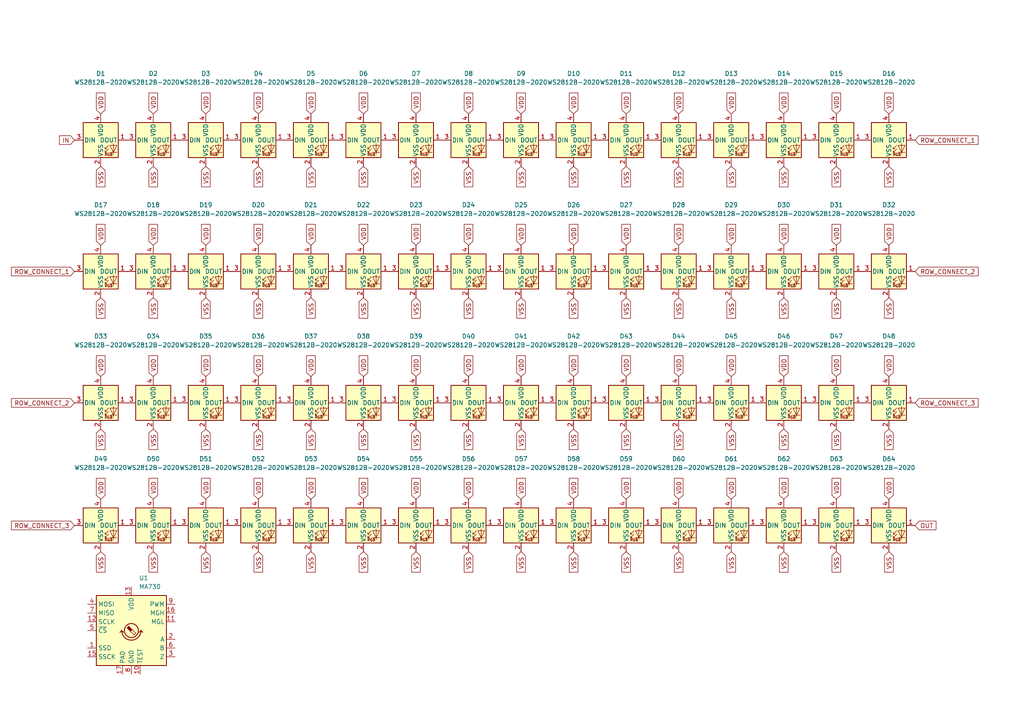
<source format=kicad_sch>
(kicad_sch (version 20231120) (generator "eeschema") (generator_version "8.0")
  (paper "A4")
  (lib_symbols
    (symbol "LED:WS2812B-2020" (pin_names (offset 0.254))
      (property "Reference" "D" (at 5.08 5.715 0))
      (property "Value" "WS2812B-2020" (at 1.27 -5.715 0))
      (symbol "WS2812B-2020_0_0"
        (text "RGB" (at 2.286 -4.191 0) (effects (font (size 0.762 0.762))))
      )
      (symbol "WS2812B-2020_0_1"
        (polyline (pts (xy 1.27 -3.556) (xy 1.778 -3.556)))
        (polyline (pts (xy 1.27 -2.54) (xy 1.778 -2.54)))
        (polyline (pts (xy 4.699 -3.556) (xy 2.667 -3.556)))
        (polyline (pts (xy 2.286 -2.54) (xy 1.27 -3.556) (xy 1.27 -3.048)))
        (polyline (pts (xy 2.286 -1.524) (xy 1.27 -2.54) (xy 1.27 -2.032)))
        (polyline (pts (xy 3.683 -1.016) (xy 3.683 -3.556) (xy 3.683 -4.064)))
        (polyline (pts (xy 4.699 -1.524) (xy 2.667 -1.524) (xy 3.683 -3.556) (xy 4.699 -1.524)))
        (rectangle (start 5.08 5.08) (end -5.08 -5.08) (stroke (width 0.254)) (fill (type background)))
      )
      (symbol "WS2812B-2020_1_1"
        (pin output line (at 7.62 0 180) (length 2.54) (name "DOUT") (number "1"))
        (pin power_in line (at 0 -7.62 90) (length 2.54) (name "VSS") (number "2"))
        (pin input line (at -7.62 0 0) (length 2.54) (name "DIN") (number "3"))
        (pin power_in line (at 0 7.62 270) (length 2.54) (name "VDD") (number "4"))
      )
    )
    (symbol "Sensor_Magnetic:MA730"
      (property "Reference" "U" (at -10.16 11.43 0))
      (property "Value" "MA730" (at 10.16 11.43 0))
      (symbol "MA730_0_1"
        (rectangle (start -10.16 10.16) (end 10.16 -10.16) (stroke (width 0.254)) (fill (type background)))
        (arc (start -2.794 0) (mid 0 -2.7819) (end 2.794 0) (stroke (width 0.254)))
        (polyline (pts (xy -2.794 0) (xy -3.302 -0.508)) (stroke (width 0.254)))
        (polyline (pts (xy -2.794 0) (xy -2.286 -0.508)) (stroke (width 0.254)))
        (polyline (pts (xy 2.794 0) (xy 2.286 -0.508)) (stroke (width 0.254)))
        (polyline (pts (xy 2.794 0) (xy 3.302 -0.508)) (stroke (width 0.254)))
      )
      (symbol "MA730_1_1"
        (polyline (pts (xy 0.254 0.254) (xy 1.27 -0.762) (xy 0.762 -1.27) (xy -0.254 -0.254)))
        (polyline (pts (xy -0.762 1.27) (xy 0.254 0.254) (xy -0.254 -0.254) (xy -1.27 0.762) (xy -1.016 1.016) (xy -0.762 1.27) (xy -0.635 1.143)) (fill (type outline)))
        (circle (center 0 0) (radius 2.032) (stroke (width 0.254)))
        (pin output line (at -12.7 -5.08 0) (length 2.54) (name "SSD") (number "1"))
        (pin passive line (at 2.54 -12.7 90) (length 2.54) (name "TEST") (number "10"))
        (pin output line (at 12.7 2.54 180) (length 2.54) (name "MGL") (number "11"))
        (pin input line (at -12.7 2.54 0) (length 2.54) (name "SCLK") (number "12"))
        (pin power_in line (at 0 12.7 270) (length 2.54) (name "VDD") (number "13"))
        (pin no_connect line (at 5.08 -10.16 90) (length 2.54) hide (name "NC") (number "14"))
        (pin input line (at -12.7 -7.62 0) (length 2.54) (name "SSCK") (number "15"))
        (pin output line (at 12.7 5.08 180) (length 2.54) (name "MGH") (number "16"))
        (pin input line (at -2.54 -12.7 90) (length 2.54) (name "PAD") (number "17"))
        (pin output line (at 12.7 -2.54 180) (length 2.54) (name "A") (number "2"))
        (pin output line (at 12.7 -7.62 180) (length 2.54) (name "Z") (number "3"))
        (pin input line (at -12.7 7.62 0) (length 2.54) (name "MOSI") (number "4"))
        (pin input line (at -12.7 0 0) (length 2.54) (name "~{CS}") (number "5"))
        (pin output line (at 12.7 -5.08 180) (length 2.54) (name "B") (number "6"))
        (pin output line (at -12.7 5.08 0) (length 2.54) (name "MISO") (number "7"))
        (pin power_in line (at 0 -12.7 90) (length 2.54) (name "GND") (number "8"))
        (pin output line (at 12.7 7.62 180) (length 2.54) (name "PWM") (number "9"))
      )
    )
  )
  (global_label "VSS" (shape input) (at 120.65 160.02 270) (property "Intersheetrefs" "${INTERSHEET_REFS}" (effects (hide yes))))
  (global_label "VDD" (shape input) (at 90.17 33.02 90) (property "Intersheetrefs" "${INTERSHEET_REFS}" (effects (hide yes))))
  (global_label "VDD" (shape input) (at 135.89 144.78 90) (property "Intersheetrefs" "${INTERSHEET_REFS}" (effects (hide yes))))
  (global_label "VSS" (shape input) (at 166.37 160.02 270) (property "Intersheetrefs" "${INTERSHEET_REFS}" (effects (hide yes))))
  (global_label "VSS" (shape input) (at 90.17 124.46 270) (property "Intersheetrefs" "${INTERSHEET_REFS}" (effects (hide yes))))
  (global_label "VSS" (shape input) (at 257.81 124.46 270) (property "Intersheetrefs" "${INTERSHEET_REFS}" (effects (hide yes))))
  (global_label "VDD" (shape input) (at 196.85 33.02 90) (property "Intersheetrefs" "${INTERSHEET_REFS}" (effects (hide yes))))
  (global_label "VDD" (shape input) (at 90.17 109.22 90) (property "Intersheetrefs" "${INTERSHEET_REFS}" (effects (hide yes))))
  (global_label "VDD" (shape input) (at 196.85 144.78 90) (property "Intersheetrefs" "${INTERSHEET_REFS}" (effects (hide yes))))
  (global_label "VSS" (shape input) (at 212.09 86.36 270) (property "Intersheetrefs" "${INTERSHEET_REFS}" (effects (hide yes))))
  (global_label "VDD" (shape input) (at 212.09 144.78 90) (property "Intersheetrefs" "${INTERSHEET_REFS}" (effects (hide yes))))
  (global_label "VSS" (shape input) (at 29.21 48.26 270) (property "Intersheetrefs" "${INTERSHEET_REFS}" (effects (hide yes))))
  (global_label "VSS" (shape input) (at 212.09 124.46 270) (property "Intersheetrefs" "${INTERSHEET_REFS}" (effects (hide yes))))
  (global_label "VDD" (shape input) (at 29.21 33.02 90) (property "Intersheetrefs" "${INTERSHEET_REFS}" (effects (hide yes))))
  (global_label "ROW_CONNECT_3" (shape input) (at 265.43 116.84 0) (property "Intersheetrefs" "${INTERSHEET_REFS}" (effects (hide yes))))
  (global_label "VDD" (shape input) (at 166.37 144.78 90) (property "Intersheetrefs" "${INTERSHEET_REFS}" (effects (hide yes))))
  (global_label "VDD" (shape input) (at 90.17 71.12 90) (property "Intersheetrefs" "${INTERSHEET_REFS}" (effects (hide yes))))
  (global_label "VSS" (shape input) (at 74.93 124.46 270) (property "Intersheetrefs" "${INTERSHEET_REFS}" (effects (hide yes))))
  (global_label "ROW_CONNECT_1" (shape input) (at 21.59 78.74 180) (property "Intersheetrefs" "${INTERSHEET_REFS}" (effects (hide yes))))
  (global_label "VSS" (shape input) (at 44.45 48.26 270) (property "Intersheetrefs" "${INTERSHEET_REFS}" (effects (hide yes))))
  (global_label "VDD" (shape input) (at 44.45 71.12 90) (property "Intersheetrefs" "${INTERSHEET_REFS}" (effects (hide yes))))
  (global_label "VSS" (shape input) (at 135.89 124.46 270) (property "Intersheetrefs" "${INTERSHEET_REFS}" (effects (hide yes))))
  (global_label "OUT" (shape input) (at 265.43 152.4 0) (property "Intersheetrefs" "${INTERSHEET_REFS}" (effects (hide yes))))
  (global_label "VSS" (shape input) (at 212.09 48.26 270) (property "Intersheetrefs" "${INTERSHEET_REFS}" (effects (hide yes))))
  (global_label "VSS" (shape input) (at 257.81 48.26 270) (property "Intersheetrefs" "${INTERSHEET_REFS}" (effects (hide yes))))
  (global_label "ROW_CONNECT_2" (shape input) (at 21.59 116.84 180) (property "Intersheetrefs" "${INTERSHEET_REFS}" (effects (hide yes))))
  (global_label "VSS" (shape input) (at 135.89 48.26 270) (property "Intersheetrefs" "${INTERSHEET_REFS}" (effects (hide yes))))
  (global_label "VDD" (shape input) (at 227.33 144.78 90) (property "Intersheetrefs" "${INTERSHEET_REFS}" (effects (hide yes))))
  (global_label "ROW_CONNECT_1" (shape input) (at 265.43 40.64 0) (property "Intersheetrefs" "${INTERSHEET_REFS}" (effects (hide yes))))
  (global_label "VSS" (shape input) (at 120.65 86.36 270) (property "Intersheetrefs" "${INTERSHEET_REFS}" (effects (hide yes))))
  (global_label "VSS" (shape input) (at 181.61 160.02 270) (property "Intersheetrefs" "${INTERSHEET_REFS}" (effects (hide yes))))
  (global_label "VSS" (shape input) (at 181.61 86.36 270) (property "Intersheetrefs" "${INTERSHEET_REFS}" (effects (hide yes))))
  (global_label "VDD" (shape input) (at 212.09 33.02 90) (property "Intersheetrefs" "${INTERSHEET_REFS}" (effects (hide yes))))
  (global_label "VSS" (shape input) (at 59.69 160.02 270) (property "Intersheetrefs" "${INTERSHEET_REFS}" (effects (hide yes))))
  (global_label "ROW_CONNECT_3" (shape input) (at 21.59 152.4 180) (property "Intersheetrefs" "${INTERSHEET_REFS}" (effects (hide yes))))
  (global_label "VDD" (shape input) (at 90.17 144.78 90) (property "Intersheetrefs" "${INTERSHEET_REFS}" (effects (hide yes))))
  (global_label "VDD" (shape input) (at 181.61 33.02 90) (property "Intersheetrefs" "${INTERSHEET_REFS}" (effects (hide yes))))
  (global_label "VSS" (shape input) (at 196.85 124.46 270) (property "Intersheetrefs" "${INTERSHEET_REFS}" (effects (hide yes))))
  (global_label "VSS" (shape input) (at 29.21 160.02 270) (property "Intersheetrefs" "${INTERSHEET_REFS}" (effects (hide yes))))
  (global_label "VDD" (shape input) (at 212.09 71.12 90) (property "Intersheetrefs" "${INTERSHEET_REFS}" (effects (hide yes))))
  (global_label "VSS" (shape input) (at 196.85 160.02 270) (property "Intersheetrefs" "${INTERSHEET_REFS}" (effects (hide yes))))
  (global_label "VSS" (shape input) (at 90.17 160.02 270) (property "Intersheetrefs" "${INTERSHEET_REFS}" (effects (hide yes))))
  (global_label "VDD" (shape input) (at 196.85 71.12 90) (property "Intersheetrefs" "${INTERSHEET_REFS}" (effects (hide yes))))
  (global_label "VDD" (shape input) (at 166.37 109.22 90) (property "Intersheetrefs" "${INTERSHEET_REFS}" (effects (hide yes))))
  (global_label "VSS" (shape input) (at 166.37 86.36 270) (property "Intersheetrefs" "${INTERSHEET_REFS}" (effects (hide yes))))
  (global_label "VSS" (shape input) (at 257.81 160.02 270) (property "Intersheetrefs" "${INTERSHEET_REFS}" (effects (hide yes))))
  (global_label "VDD" (shape input) (at 181.61 144.78 90) (property "Intersheetrefs" "${INTERSHEET_REFS}" (effects (hide yes))))
  (global_label "VSS" (shape input) (at 227.33 160.02 270) (property "Intersheetrefs" "${INTERSHEET_REFS}" (effects (hide yes))))
  (global_label "VSS" (shape input) (at 90.17 48.26 270) (property "Intersheetrefs" "${INTERSHEET_REFS}" (effects (hide yes))))
  (global_label "VDD" (shape input) (at 105.41 109.22 90) (property "Intersheetrefs" "${INTERSHEET_REFS}" (effects (hide yes))))
  (global_label "VSS" (shape input) (at 242.57 86.36 270) (property "Intersheetrefs" "${INTERSHEET_REFS}" (effects (hide yes))))
  (global_label "VSS" (shape input) (at 59.69 48.26 270) (property "Intersheetrefs" "${INTERSHEET_REFS}" (effects (hide yes))))
  (global_label "VDD" (shape input) (at 151.13 144.78 90) (property "Intersheetrefs" "${INTERSHEET_REFS}" (effects (hide yes))))
  (global_label "VDD" (shape input) (at 242.57 109.22 90) (property "Intersheetrefs" "${INTERSHEET_REFS}" (effects (hide yes))))
  (global_label "VDD" (shape input) (at 74.93 109.22 90) (property "Intersheetrefs" "${INTERSHEET_REFS}" (effects (hide yes))))
  (global_label "VSS" (shape input) (at 151.13 160.02 270) (property "Intersheetrefs" "${INTERSHEET_REFS}" (effects (hide yes))))
  (global_label "VSS" (shape input) (at 181.61 124.46 270) (property "Intersheetrefs" "${INTERSHEET_REFS}" (effects (hide yes))))
  (global_label "VSS" (shape input) (at 29.21 86.36 270) (property "Intersheetrefs" "${INTERSHEET_REFS}" (effects (hide yes))))
  (global_label "VSS" (shape input) (at 151.13 124.46 270) (property "Intersheetrefs" "${INTERSHEET_REFS}" (effects (hide yes))))
  (global_label "VDD" (shape input) (at 212.09 109.22 90) (property "Intersheetrefs" "${INTERSHEET_REFS}" (effects (hide yes))))
  (global_label "VSS" (shape input) (at 120.65 124.46 270) (property "Intersheetrefs" "${INTERSHEET_REFS}" (effects (hide yes))))
  (global_label "VSS" (shape input) (at 196.85 86.36 270) (property "Intersheetrefs" "${INTERSHEET_REFS}" (effects (hide yes))))
  (global_label "VDD" (shape input) (at 120.65 109.22 90) (property "Intersheetrefs" "${INTERSHEET_REFS}" (effects (hide yes))))
  (global_label "VSS" (shape input) (at 181.61 48.26 270) (property "Intersheetrefs" "${INTERSHEET_REFS}" (effects (hide yes))))
  (global_label "VDD" (shape input) (at 105.41 144.78 90) (property "Intersheetrefs" "${INTERSHEET_REFS}" (effects (hide yes))))
  (global_label "VSS" (shape input) (at 166.37 124.46 270) (property "Intersheetrefs" "${INTERSHEET_REFS}" (effects (hide yes))))
  (global_label "IN" (shape input) (at 21.59 40.64 180) (property "Intersheetrefs" "${INTERSHEET_REFS}" (effects (hide yes))))
  (global_label "VDD" (shape input) (at 227.33 109.22 90) (property "Intersheetrefs" "${INTERSHEET_REFS}" (effects (hide yes))))
  (global_label "VDD" (shape input) (at 29.21 144.78 90) (property "Intersheetrefs" "${INTERSHEET_REFS}" (effects (hide yes))))
  (global_label "VSS" (shape input) (at 74.93 48.26 270) (property "Intersheetrefs" "${INTERSHEET_REFS}" (effects (hide yes))))
  (global_label "VDD" (shape input) (at 135.89 71.12 90) (property "Intersheetrefs" "${INTERSHEET_REFS}" (effects (hide yes))))
  (global_label "VDD" (shape input) (at 74.93 71.12 90) (property "Intersheetrefs" "${INTERSHEET_REFS}" (effects (hide yes))))
  (global_label "VDD" (shape input) (at 166.37 71.12 90) (property "Intersheetrefs" "${INTERSHEET_REFS}" (effects (hide yes))))
  (global_label "VSS" (shape input) (at 212.09 160.02 270) (property "Intersheetrefs" "${INTERSHEET_REFS}" (effects (hide yes))))
  (global_label "VSS" (shape input) (at 242.57 48.26 270) (property "Intersheetrefs" "${INTERSHEET_REFS}" (effects (hide yes))))
  (global_label "VDD" (shape input) (at 166.37 33.02 90) (property "Intersheetrefs" "${INTERSHEET_REFS}" (effects (hide yes))))
  (global_label "VSS" (shape input) (at 105.41 124.46 270) (property "Intersheetrefs" "${INTERSHEET_REFS}" (effects (hide yes))))
  (global_label "VDD" (shape input) (at 120.65 71.12 90) (property "Intersheetrefs" "${INTERSHEET_REFS}" (effects (hide yes))))
  (global_label "VDD" (shape input) (at 59.69 33.02 90) (property "Intersheetrefs" "${INTERSHEET_REFS}" (effects (hide yes))))
  (global_label "VDD" (shape input) (at 44.45 33.02 90) (property "Intersheetrefs" "${INTERSHEET_REFS}" (effects (hide yes))))
  (global_label "VDD" (shape input) (at 257.81 33.02 90) (property "Intersheetrefs" "${INTERSHEET_REFS}" (effects (hide yes))))
  (global_label "VDD" (shape input) (at 120.65 33.02 90) (property "Intersheetrefs" "${INTERSHEET_REFS}" (effects (hide yes))))
  (global_label "VDD" (shape input) (at 29.21 71.12 90) (property "Intersheetrefs" "${INTERSHEET_REFS}" (effects (hide yes))))
  (global_label "VDD" (shape input) (at 74.93 33.02 90) (property "Intersheetrefs" "${INTERSHEET_REFS}" (effects (hide yes))))
  (global_label "VDD" (shape input) (at 151.13 71.12 90) (property "Intersheetrefs" "${INTERSHEET_REFS}" (effects (hide yes))))
  (global_label "VDD" (shape input) (at 242.57 33.02 90) (property "Intersheetrefs" "${INTERSHEET_REFS}" (effects (hide yes))))
  (global_label "VDD" (shape input) (at 257.81 144.78 90) (property "Intersheetrefs" "${INTERSHEET_REFS}" (effects (hide yes))))
  (global_label "VDD" (shape input) (at 151.13 109.22 90) (property "Intersheetrefs" "${INTERSHEET_REFS}" (effects (hide yes))))
  (global_label "VDD" (shape input) (at 257.81 71.12 90) (property "Intersheetrefs" "${INTERSHEET_REFS}" (effects (hide yes))))
  (global_label "VDD" (shape input) (at 105.41 71.12 90) (property "Intersheetrefs" "${INTERSHEET_REFS}" (effects (hide yes))))
  (global_label "VSS" (shape input) (at 151.13 86.36 270) (property "Intersheetrefs" "${INTERSHEET_REFS}" (effects (hide yes))))
  (global_label "VSS" (shape input) (at 257.81 86.36 270) (property "Intersheetrefs" "${INTERSHEET_REFS}" (effects (hide yes))))
  (global_label "ROW_CONNECT_2" (shape input) (at 265.43 78.74 0) (property "Intersheetrefs" "${INTERSHEET_REFS}" (effects (hide yes))))
  (global_label "VSS" (shape input) (at 196.85 48.26 270) (property "Intersheetrefs" "${INTERSHEET_REFS}" (effects (hide yes))))
  (global_label "VSS" (shape input) (at 105.41 48.26 270) (property "Intersheetrefs" "${INTERSHEET_REFS}" (effects (hide yes))))
  (global_label "VSS" (shape input) (at 44.45 160.02 270) (property "Intersheetrefs" "${INTERSHEET_REFS}" (effects (hide yes))))
  (global_label "VDD" (shape input) (at 135.89 109.22 90) (property "Intersheetrefs" "${INTERSHEET_REFS}" (effects (hide yes))))
  (global_label "VSS" (shape input) (at 227.33 86.36 270) (property "Intersheetrefs" "${INTERSHEET_REFS}" (effects (hide yes))))
  (global_label "VDD" (shape input) (at 44.45 109.22 90) (property "Intersheetrefs" "${INTERSHEET_REFS}" (effects (hide yes))))
  (global_label "VDD" (shape input) (at 29.21 109.22 90) (property "Intersheetrefs" "${INTERSHEET_REFS}" (effects (hide yes))))
  (global_label "VDD" (shape input) (at 242.57 144.78 90) (property "Intersheetrefs" "${INTERSHEET_REFS}" (effects (hide yes))))
  (global_label "VSS" (shape input) (at 74.93 86.36 270) (property "Intersheetrefs" "${INTERSHEET_REFS}" (effects (hide yes))))
  (global_label "VSS" (shape input) (at 74.93 160.02 270) (property "Intersheetrefs" "${INTERSHEET_REFS}" (effects (hide yes))))
  (global_label "VDD" (shape input) (at 181.61 71.12 90) (property "Intersheetrefs" "${INTERSHEET_REFS}" (effects (hide yes))))
  (global_label "VSS" (shape input) (at 105.41 160.02 270) (property "Intersheetrefs" "${INTERSHEET_REFS}" (effects (hide yes))))
  (global_label "VSS" (shape input) (at 135.89 160.02 270) (property "Intersheetrefs" "${INTERSHEET_REFS}" (effects (hide yes))))
  (global_label "VSS" (shape input) (at 227.33 124.46 270) (property "Intersheetrefs" "${INTERSHEET_REFS}" (effects (hide yes))))
  (global_label "VDD" (shape input) (at 135.89 33.02 90) (property "Intersheetrefs" "${INTERSHEET_REFS}" (effects (hide yes))))
  (global_label "VSS" (shape input) (at 242.57 160.02 270) (property "Intersheetrefs" "${INTERSHEET_REFS}" (effects (hide yes))))
  (global_label "VSS" (shape input) (at 242.57 124.46 270) (property "Intersheetrefs" "${INTERSHEET_REFS}" (effects (hide yes))))
  (global_label "VSS" (shape input) (at 151.13 48.26 270) (property "Intersheetrefs" "${INTERSHEET_REFS}" (effects (hide yes))))
  (global_label "VDD" (shape input) (at 181.61 109.22 90) (property "Intersheetrefs" "${INTERSHEET_REFS}" (effects (hide yes))))
  (global_label "VSS" (shape input) (at 59.69 86.36 270) (property "Intersheetrefs" "${INTERSHEET_REFS}" (effects (hide yes))))
  (global_label "VDD" (shape input) (at 120.65 144.78 90) (property "Intersheetrefs" "${INTERSHEET_REFS}" (effects (hide yes))))
  (global_label "VSS" (shape input) (at 166.37 48.26 270) (property "Intersheetrefs" "${INTERSHEET_REFS}" (effects (hide yes))))
  (global_label "VDD" (shape input) (at 151.13 33.02 90) (property "Intersheetrefs" "${INTERSHEET_REFS}" (effects (hide yes))))
  (global_label "VSS" (shape input) (at 120.65 48.26 270) (property "Intersheetrefs" "${INTERSHEET_REFS}" (effects (hide yes))))
  (global_label "VDD" (shape input) (at 59.69 109.22 90) (property "Intersheetrefs" "${INTERSHEET_REFS}" (effects (hide yes))))
  (global_label "VSS" (shape input) (at 44.45 124.46 270) (property "Intersheetrefs" "${INTERSHEET_REFS}" (effects (hide yes))))
  (global_label "VDD" (shape input) (at 227.33 33.02 90) (property "Intersheetrefs" "${INTERSHEET_REFS}" (effects (hide yes))))
  (global_label "VDD" (shape input) (at 59.69 144.78 90) (property "Intersheetrefs" "${INTERSHEET_REFS}" (effects (hide yes))))
  (global_label "VDD" (shape input) (at 105.41 33.02 90) (property "Intersheetrefs" "${INTERSHEET_REFS}" (effects (hide yes))))
  (global_label "VSS" (shape input) (at 59.69 124.46 270) (property "Intersheetrefs" "${INTERSHEET_REFS}" (effects (hide yes))))
  (global_label "VSS" (shape input) (at 29.21 124.46 270) (property "Intersheetrefs" "${INTERSHEET_REFS}" (effects (hide yes))))
  (global_label "VSS" (shape input) (at 44.45 86.36 270) (property "Intersheetrefs" "${INTERSHEET_REFS}" (effects (hide yes))))
  (global_label "VDD" (shape input) (at 74.93 144.78 90) (property "Intersheetrefs" "${INTERSHEET_REFS}" (effects (hide yes))))
  (global_label "VDD" (shape input) (at 242.57 71.12 90) (property "Intersheetrefs" "${INTERSHEET_REFS}" (effects (hide yes))))
  (global_label "VDD" (shape input) (at 227.33 71.12 90) (property "Intersheetrefs" "${INTERSHEET_REFS}" (effects (hide yes))))
  (global_label "VDD" (shape input) (at 257.81 109.22 90) (property "Intersheetrefs" "${INTERSHEET_REFS}" (effects (hide yes))))
  (global_label "VDD" (shape input) (at 44.45 144.78 90) (property "Intersheetrefs" "${INTERSHEET_REFS}" (effects (hide yes))))
  (global_label "VSS" (shape input) (at 135.89 86.36 270) (property "Intersheetrefs" "${INTERSHEET_REFS}" (effects (hide yes))))
  (global_label "VSS" (shape input) (at 90.17 86.36 270) (property "Intersheetrefs" "${INTERSHEET_REFS}" (effects (hide yes))))
  (global_label "VSS" (shape input) (at 105.41 86.36 270) (property "Intersheetrefs" "${INTERSHEET_REFS}" (effects (hide yes))))
  (global_label "VDD" (shape input) (at 59.69 71.12 90) (property "Intersheetrefs" "${INTERSHEET_REFS}" (effects (hide yes))))
  (global_label "VDD" (shape input) (at 196.85 109.22 90) (property "Intersheetrefs" "${INTERSHEET_REFS}" (effects (hide yes))))
  (global_label "VSS" (shape input) (at 227.33 48.26 270) (property "Intersheetrefs" "${INTERSHEET_REFS}" (effects (hide yes))))
  (symbol (lib_id "LED:WS2812B-2020") (at 29.21 116.84 0) (unit 1)
    (property "Reference" "D33" (at 29.21 97.536 0))
    (property "Value" "WS2812B-2020" (at 29.21 100.076 0))
    (property "Footprint" "LED_SMD:LED_WS2812B-2020_PLCC4_2.0x2.0mm" (effects (hide yes)))
    (property "Datasheet" "https://cdn-shop.adafruit.com/product-files/4684/4684_WS2812B-2020_V1.3_EN.pdf" (effects (hide yes)))
    (property "Description" "RGB LED with integrated controller, 2.0 x 2.0 mm, 12 mA" (effects (hide yes)))
  )
  (symbol (lib_id "LED:WS2812B-2020") (at 59.69 152.4 0) (unit 1)
    (property "Reference" "D51" (at 59.69 133.096 0))
    (property "Value" "WS2812B-2020" (at 59.69 135.636 0))
    (property "Footprint" "LED_SMD:LED_WS2812B-2020_PLCC4_2.0x2.0mm" (effects (hide yes)))
    (property "Datasheet" "https://cdn-shop.adafruit.com/product-files/4684/4684_WS2812B-2020_V1.3_EN.pdf" (effects (hide yes)))
    (property "Description" "RGB LED with integrated controller, 2.0 x 2.0 mm, 12 mA" (effects (hide yes)))
  )
  (symbol (lib_id "LED:WS2812B-2020") (at 151.13 152.4 0) (unit 1)
    (property "Reference" "D57" (at 151.13 133.096 0))
    (property "Value" "WS2812B-2020" (at 151.13 135.636 0))
    (property "Footprint" "LED_SMD:LED_WS2812B-2020_PLCC4_2.0x2.0mm" (effects (hide yes)))
    (property "Datasheet" "https://cdn-shop.adafruit.com/product-files/4684/4684_WS2812B-2020_V1.3_EN.pdf" (effects (hide yes)))
    (property "Description" "RGB LED with integrated controller, 2.0 x 2.0 mm, 12 mA" (effects (hide yes)))
  )
  (symbol (lib_id "LED:WS2812B-2020") (at 120.65 152.4 0) (unit 1)
    (property "Reference" "D55" (at 120.65 133.096 0))
    (property "Value" "WS2812B-2020" (at 120.65 135.636 0))
    (property "Footprint" "LED_SMD:LED_WS2812B-2020_PLCC4_2.0x2.0mm" (effects (hide yes)))
    (property "Datasheet" "https://cdn-shop.adafruit.com/product-files/4684/4684_WS2812B-2020_V1.3_EN.pdf" (effects (hide yes)))
    (property "Description" "RGB LED with integrated controller, 2.0 x 2.0 mm, 12 mA" (effects (hide yes)))
  )
  (symbol (lib_id "LED:WS2812B-2020") (at 196.85 40.64 0) (unit 1)
    (property "Reference" "D12" (at 196.85 21.336 0))
    (property "Value" "WS2812B-2020" (at 196.85 23.876 0))
    (property "Footprint" "LED_SMD:LED_WS2812B-2020_PLCC4_2.0x2.0mm" (effects (hide yes)))
    (property "Datasheet" "https://cdn-shop.adafruit.com/product-files/4684/4684_WS2812B-2020_V1.3_EN.pdf" (effects (hide yes)))
    (property "Description" "RGB LED with integrated controller, 2.0 x 2.0 mm, 12 mA" (effects (hide yes)))
  )
  (symbol (lib_id "LED:WS2812B-2020") (at 29.21 40.64 0) (unit 1)
    (property "Reference" "D1" (at 29.21 21.336 0))
    (property "Value" "WS2812B-2020" (at 29.21 23.876 0))
    (property "Footprint" "LED_SMD:LED_WS2812B-2020_PLCC4_2.0x2.0mm" (effects (hide yes)))
    (property "Datasheet" "https://cdn-shop.adafruit.com/product-files/4684/4684_WS2812B-2020_V1.3_EN.pdf" (effects (hide yes)))
    (property "Description" "RGB LED with integrated controller, 2.0 x 2.0 mm, 12 mA" (effects (hide yes)))
  )
  (symbol (lib_id "LED:WS2812B-2020") (at 105.41 116.84 0) (unit 1)
    (property "Reference" "D38" (at 105.41 97.536 0))
    (property "Value" "WS2812B-2020" (at 105.41 100.076 0))
    (property "Footprint" "LED_SMD:LED_WS2812B-2020_PLCC4_2.0x2.0mm" (effects (hide yes)))
    (property "Datasheet" "https://cdn-shop.adafruit.com/product-files/4684/4684_WS2812B-2020_V1.3_EN.pdf" (effects (hide yes)))
    (property "Description" "RGB LED with integrated controller, 2.0 x 2.0 mm, 12 mA" (effects (hide yes)))
  )
  (symbol (lib_id "LED:WS2812B-2020") (at 196.85 78.74 0) (unit 1)
    (property "Reference" "D28" (at 196.85 59.436 0))
    (property "Value" "WS2812B-2020" (at 196.85 61.976 0))
    (property "Footprint" "LED_SMD:LED_WS2812B-2020_PLCC4_2.0x2.0mm" (effects (hide yes)))
    (property "Datasheet" "https://cdn-shop.adafruit.com/product-files/4684/4684_WS2812B-2020_V1.3_EN.pdf" (effects (hide yes)))
    (property "Description" "RGB LED with integrated controller, 2.0 x 2.0 mm, 12 mA" (effects (hide yes)))
  )
  (symbol (lib_id "LED:WS2812B-2020") (at 120.65 78.74 0) (unit 1)
    (property "Reference" "D23" (at 120.65 59.436 0))
    (property "Value" "WS2812B-2020" (at 120.65 61.976 0))
    (property "Footprint" "LED_SMD:LED_WS2812B-2020_PLCC4_2.0x2.0mm" (effects (hide yes)))
    (property "Datasheet" "https://cdn-shop.adafruit.com/product-files/4684/4684_WS2812B-2020_V1.3_EN.pdf" (effects (hide yes)))
    (property "Description" "RGB LED with integrated controller, 2.0 x 2.0 mm, 12 mA" (effects (hide yes)))
  )
  (symbol (lib_id "LED:WS2812B-2020") (at 74.93 152.4 0) (unit 1)
    (property "Reference" "D52" (at 74.93 133.096 0))
    (property "Value" "WS2812B-2020" (at 74.93 135.636 0))
    (property "Footprint" "LED_SMD:LED_WS2812B-2020_PLCC4_2.0x2.0mm" (effects (hide yes)))
    (property "Datasheet" "https://cdn-shop.adafruit.com/product-files/4684/4684_WS2812B-2020_V1.3_EN.pdf" (effects (hide yes)))
    (property "Description" "RGB LED with integrated controller, 2.0 x 2.0 mm, 12 mA" (effects (hide yes)))
  )
  (symbol (lib_id "LED:WS2812B-2020") (at 227.33 40.64 0) (unit 1)
    (property "Reference" "D14" (at 227.33 21.336 0))
    (property "Value" "WS2812B-2020" (at 227.33 23.876 0))
    (property "Footprint" "LED_SMD:LED_WS2812B-2020_PLCC4_2.0x2.0mm" (effects (hide yes)))
    (property "Datasheet" "https://cdn-shop.adafruit.com/product-files/4684/4684_WS2812B-2020_V1.3_EN.pdf" (effects (hide yes)))
    (property "Description" "RGB LED with integrated controller, 2.0 x 2.0 mm, 12 mA" (effects (hide yes)))
  )
  (symbol (lib_id "LED:WS2812B-2020") (at 257.81 152.4 0) (unit 1)
    (property "Reference" "D64" (at 257.81 133.096 0))
    (property "Value" "WS2812B-2020" (at 257.81 135.636 0))
    (property "Footprint" "LED_SMD:LED_WS2812B-2020_PLCC4_2.0x2.0mm" (effects (hide yes)))
    (property "Datasheet" "https://cdn-shop.adafruit.com/product-files/4684/4684_WS2812B-2020_V1.3_EN.pdf" (effects (hide yes)))
    (property "Description" "RGB LED with integrated controller, 2.0 x 2.0 mm, 12 mA" (effects (hide yes)))
  )
  (symbol (lib_id "LED:WS2812B-2020") (at 196.85 116.84 0) (unit 1)
    (property "Reference" "D44" (at 196.85 97.536 0))
    (property "Value" "WS2812B-2020" (at 196.85 100.076 0))
    (property "Footprint" "LED_SMD:LED_WS2812B-2020_PLCC4_2.0x2.0mm" (effects (hide yes)))
    (property "Datasheet" "https://cdn-shop.adafruit.com/product-files/4684/4684_WS2812B-2020_V1.3_EN.pdf" (effects (hide yes)))
    (property "Description" "RGB LED with integrated controller, 2.0 x 2.0 mm, 12 mA" (effects (hide yes)))
  )
  (symbol (lib_id "LED:WS2812B-2020") (at 166.37 78.74 0) (unit 1)
    (property "Reference" "D26" (at 166.37 59.436 0))
    (property "Value" "WS2812B-2020" (at 166.37 61.976 0))
    (property "Footprint" "LED_SMD:LED_WS2812B-2020_PLCC4_2.0x2.0mm" (effects (hide yes)))
    (property "Datasheet" "https://cdn-shop.adafruit.com/product-files/4684/4684_WS2812B-2020_V1.3_EN.pdf" (effects (hide yes)))
    (property "Description" "RGB LED with integrated controller, 2.0 x 2.0 mm, 12 mA" (effects (hide yes)))
  )
  (symbol (lib_id "LED:WS2812B-2020") (at 29.21 78.74 0) (unit 1)
    (property "Reference" "D17" (at 29.21 59.436 0))
    (property "Value" "WS2812B-2020" (at 29.21 61.976 0))
    (property "Footprint" "LED_SMD:LED_WS2812B-2020_PLCC4_2.0x2.0mm" (effects (hide yes)))
    (property "Datasheet" "https://cdn-shop.adafruit.com/product-files/4684/4684_WS2812B-2020_V1.3_EN.pdf" (effects (hide yes)))
    (property "Description" "RGB LED with integrated controller, 2.0 x 2.0 mm, 12 mA" (effects (hide yes)))
  )
  (symbol (lib_id "LED:WS2812B-2020") (at 212.09 40.64 0) (unit 1)
    (property "Reference" "D13" (at 212.09 21.336 0))
    (property "Value" "WS2812B-2020" (at 212.09 23.876 0))
    (property "Footprint" "LED_SMD:LED_WS2812B-2020_PLCC4_2.0x2.0mm" (effects (hide yes)))
    (property "Datasheet" "https://cdn-shop.adafruit.com/product-files/4684/4684_WS2812B-2020_V1.3_EN.pdf" (effects (hide yes)))
    (property "Description" "RGB LED with integrated controller, 2.0 x 2.0 mm, 12 mA" (effects (hide yes)))
  )
  (symbol (lib_id "LED:WS2812B-2020") (at 90.17 116.84 0) (unit 1)
    (property "Reference" "D37" (at 90.17 97.536 0))
    (property "Value" "WS2812B-2020" (at 90.17 100.076 0))
    (property "Footprint" "LED_SMD:LED_WS2812B-2020_PLCC4_2.0x2.0mm" (effects (hide yes)))
    (property "Datasheet" "https://cdn-shop.adafruit.com/product-files/4684/4684_WS2812B-2020_V1.3_EN.pdf" (effects (hide yes)))
    (property "Description" "RGB LED with integrated controller, 2.0 x 2.0 mm, 12 mA" (effects (hide yes)))
  )
  (symbol (lib_id "LED:WS2812B-2020") (at 74.93 116.84 0) (unit 1)
    (property "Reference" "D36" (at 74.93 97.536 0))
    (property "Value" "WS2812B-2020" (at 74.93 100.076 0))
    (property "Footprint" "LED_SMD:LED_WS2812B-2020_PLCC4_2.0x2.0mm" (effects (hide yes)))
    (property "Datasheet" "https://cdn-shop.adafruit.com/product-files/4684/4684_WS2812B-2020_V1.3_EN.pdf" (effects (hide yes)))
    (property "Description" "RGB LED with integrated controller, 2.0 x 2.0 mm, 12 mA" (effects (hide yes)))
  )
  (symbol (lib_id "LED:WS2812B-2020") (at 59.69 40.64 0) (unit 1)
    (property "Reference" "D3" (at 59.69 21.336 0))
    (property "Value" "WS2812B-2020" (at 59.69 23.876 0))
    (property "Footprint" "LED_SMD:LED_WS2812B-2020_PLCC4_2.0x2.0mm" (effects (hide yes)))
    (property "Datasheet" "https://cdn-shop.adafruit.com/product-files/4684/4684_WS2812B-2020_V1.3_EN.pdf" (effects (hide yes)))
    (property "Description" "RGB LED with integrated controller, 2.0 x 2.0 mm, 12 mA" (effects (hide yes)))
  )
  (symbol (lib_id "LED:WS2812B-2020") (at 242.57 152.4 0) (unit 1)
    (property "Reference" "D63" (at 242.57 133.096 0))
    (property "Value" "WS2812B-2020" (at 242.57 135.636 0))
    (property "Footprint" "LED_SMD:LED_WS2812B-2020_PLCC4_2.0x2.0mm" (effects (hide yes)))
    (property "Datasheet" "https://cdn-shop.adafruit.com/product-files/4684/4684_WS2812B-2020_V1.3_EN.pdf" (effects (hide yes)))
    (property "Description" "RGB LED with integrated controller, 2.0 x 2.0 mm, 12 mA" (effects (hide yes)))
  )
  (symbol (lib_id "LED:WS2812B-2020") (at 44.45 78.74 0) (unit 1)
    (property "Reference" "D18" (at 44.45 59.436 0))
    (property "Value" "WS2812B-2020" (at 44.45 61.976 0))
    (property "Footprint" "LED_SMD:LED_WS2812B-2020_PLCC4_2.0x2.0mm" (effects (hide yes)))
    (property "Datasheet" "https://cdn-shop.adafruit.com/product-files/4684/4684_WS2812B-2020_V1.3_EN.pdf" (effects (hide yes)))
    (property "Description" "RGB LED with integrated controller, 2.0 x 2.0 mm, 12 mA" (effects (hide yes)))
  )
  (symbol (lib_id "LED:WS2812B-2020") (at 74.93 78.74 0) (unit 1)
    (property "Reference" "D20" (at 74.93 59.436 0))
    (property "Value" "WS2812B-2020" (at 74.93 61.976 0))
    (property "Footprint" "LED_SMD:LED_WS2812B-2020_PLCC4_2.0x2.0mm" (effects (hide yes)))
    (property "Datasheet" "https://cdn-shop.adafruit.com/product-files/4684/4684_WS2812B-2020_V1.3_EN.pdf" (effects (hide yes)))
    (property "Description" "RGB LED with integrated controller, 2.0 x 2.0 mm, 12 mA" (effects (hide yes)))
  )
  (symbol (lib_id "LED:WS2812B-2020") (at 166.37 116.84 0) (unit 1)
    (property "Reference" "D42" (at 166.37 97.536 0))
    (property "Value" "WS2812B-2020" (at 166.37 100.076 0))
    (property "Footprint" "LED_SMD:LED_WS2812B-2020_PLCC4_2.0x2.0mm" (effects (hide yes)))
    (property "Datasheet" "https://cdn-shop.adafruit.com/product-files/4684/4684_WS2812B-2020_V1.3_EN.pdf" (effects (hide yes)))
    (property "Description" "RGB LED with integrated controller, 2.0 x 2.0 mm, 12 mA" (effects (hide yes)))
  )
  (symbol (lib_id "LED:WS2812B-2020") (at 59.69 116.84 0) (unit 1)
    (property "Reference" "D35" (at 59.69 97.536 0))
    (property "Value" "WS2812B-2020" (at 59.69 100.076 0))
    (property "Footprint" "LED_SMD:LED_WS2812B-2020_PLCC4_2.0x2.0mm" (effects (hide yes)))
    (property "Datasheet" "https://cdn-shop.adafruit.com/product-files/4684/4684_WS2812B-2020_V1.3_EN.pdf" (effects (hide yes)))
    (property "Description" "RGB LED with integrated controller, 2.0 x 2.0 mm, 12 mA" (effects (hide yes)))
  )
  (symbol (lib_id "LED:WS2812B-2020") (at 151.13 78.74 0) (unit 1)
    (property "Reference" "D25" (at 151.13 59.436 0))
    (property "Value" "WS2812B-2020" (at 151.13 61.976 0))
    (property "Footprint" "LED_SMD:LED_WS2812B-2020_PLCC4_2.0x2.0mm" (effects (hide yes)))
    (property "Datasheet" "https://cdn-shop.adafruit.com/product-files/4684/4684_WS2812B-2020_V1.3_EN.pdf" (effects (hide yes)))
    (property "Description" "RGB LED with integrated controller, 2.0 x 2.0 mm, 12 mA" (effects (hide yes)))
  )
  (symbol (lib_id "LED:WS2812B-2020") (at 166.37 152.4 0) (unit 1)
    (property "Reference" "D58" (at 166.37 133.096 0))
    (property "Value" "WS2812B-2020" (at 166.37 135.636 0))
    (property "Footprint" "LED_SMD:LED_WS2812B-2020_PLCC4_2.0x2.0mm" (effects (hide yes)))
    (property "Datasheet" "https://cdn-shop.adafruit.com/product-files/4684/4684_WS2812B-2020_V1.3_EN.pdf" (effects (hide yes)))
    (property "Description" "RGB LED with integrated controller, 2.0 x 2.0 mm, 12 mA" (effects (hide yes)))
  )
  (symbol (lib_id "LED:WS2812B-2020") (at 242.57 40.64 0) (unit 1)
    (property "Reference" "D15" (at 242.57 21.336 0))
    (property "Value" "WS2812B-2020" (at 242.57 23.876 0))
    (property "Footprint" "LED_SMD:LED_WS2812B-2020_PLCC4_2.0x2.0mm" (effects (hide yes)))
    (property "Datasheet" "https://cdn-shop.adafruit.com/product-files/4684/4684_WS2812B-2020_V1.3_EN.pdf" (effects (hide yes)))
    (property "Description" "RGB LED with integrated controller, 2.0 x 2.0 mm, 12 mA" (effects (hide yes)))
  )
  (symbol (lib_id "LED:WS2812B-2020") (at 74.93 40.64 0) (unit 1)
    (property "Reference" "D4" (at 74.93 21.336 0))
    (property "Value" "WS2812B-2020" (at 74.93 23.876 0))
    (property "Footprint" "LED_SMD:LED_WS2812B-2020_PLCC4_2.0x2.0mm" (effects (hide yes)))
    (property "Datasheet" "https://cdn-shop.adafruit.com/product-files/4684/4684_WS2812B-2020_V1.3_EN.pdf" (effects (hide yes)))
    (property "Description" "RGB LED with integrated controller, 2.0 x 2.0 mm, 12 mA" (effects (hide yes)))
  )
  (symbol (lib_id "LED:WS2812B-2020") (at 105.41 40.64 0) (unit 1)
    (property "Reference" "D6" (at 105.41 21.336 0))
    (property "Value" "WS2812B-2020" (at 105.41 23.876 0))
    (property "Footprint" "LED_SMD:LED_WS2812B-2020_PLCC4_2.0x2.0mm" (effects (hide yes)))
    (property "Datasheet" "https://cdn-shop.adafruit.com/product-files/4684/4684_WS2812B-2020_V1.3_EN.pdf" (effects (hide yes)))
    (property "Description" "RGB LED with integrated controller, 2.0 x 2.0 mm, 12 mA" (effects (hide yes)))
  )
  (symbol (lib_id "LED:WS2812B-2020") (at 29.21 152.4 0) (unit 1)
    (property "Reference" "D49" (at 29.21 133.096 0))
    (property "Value" "WS2812B-2020" (at 29.21 135.636 0))
    (property "Footprint" "LED_SMD:LED_WS2812B-2020_PLCC4_2.0x2.0mm" (effects (hide yes)))
    (property "Datasheet" "https://cdn-shop.adafruit.com/product-files/4684/4684_WS2812B-2020_V1.3_EN.pdf" (effects (hide yes)))
    (property "Description" "RGB LED with integrated controller, 2.0 x 2.0 mm, 12 mA" (effects (hide yes)))
  )
  (symbol (lib_id "LED:WS2812B-2020") (at 135.89 152.4 0) (unit 1)
    (property "Reference" "D56" (at 135.89 133.096 0))
    (property "Value" "WS2812B-2020" (at 135.89 135.636 0))
    (property "Footprint" "LED_SMD:LED_WS2812B-2020_PLCC4_2.0x2.0mm" (effects (hide yes)))
    (property "Datasheet" "https://cdn-shop.adafruit.com/product-files/4684/4684_WS2812B-2020_V1.3_EN.pdf" (effects (hide yes)))
    (property "Description" "RGB LED with integrated controller, 2.0 x 2.0 mm, 12 mA" (effects (hide yes)))
  )
  (symbol (lib_id "LED:WS2812B-2020") (at 105.41 152.4 0) (unit 1)
    (property "Reference" "D54" (at 105.41 133.096 0))
    (property "Value" "WS2812B-2020" (at 105.41 135.636 0))
    (property "Footprint" "LED_SMD:LED_WS2812B-2020_PLCC4_2.0x2.0mm" (effects (hide yes)))
    (property "Datasheet" "https://cdn-shop.adafruit.com/product-files/4684/4684_WS2812B-2020_V1.3_EN.pdf" (effects (hide yes)))
    (property "Description" "RGB LED with integrated controller, 2.0 x 2.0 mm, 12 mA" (effects (hide yes)))
  )
  (symbol (lib_id "LED:WS2812B-2020") (at 257.81 78.74 0) (unit 1)
    (property "Reference" "D32" (at 257.81 59.436 0))
    (property "Value" "WS2812B-2020" (at 257.81 61.976 0))
    (property "Footprint" "LED_SMD:LED_WS2812B-2020_PLCC4_2.0x2.0mm" (effects (hide yes)))
    (property "Datasheet" "https://cdn-shop.adafruit.com/product-files/4684/4684_WS2812B-2020_V1.3_EN.pdf" (effects (hide yes)))
    (property "Description" "RGB LED with integrated controller, 2.0 x 2.0 mm, 12 mA" (effects (hide yes)))
  )
  (symbol (lib_id "LED:WS2812B-2020") (at 151.13 116.84 0) (unit 1)
    (property "Reference" "D41" (at 151.13 97.536 0))
    (property "Value" "WS2812B-2020" (at 151.13 100.076 0))
    (property "Footprint" "LED_SMD:LED_WS2812B-2020_PLCC4_2.0x2.0mm" (effects (hide yes)))
    (property "Datasheet" "https://cdn-shop.adafruit.com/product-files/4684/4684_WS2812B-2020_V1.3_EN.pdf" (effects (hide yes)))
    (property "Description" "RGB LED with integrated controller, 2.0 x 2.0 mm, 12 mA" (effects (hide yes)))
  )
  (symbol (lib_id "LED:WS2812B-2020") (at 257.81 40.64 0) (unit 1)
    (property "Reference" "D16" (at 257.81 21.336 0))
    (property "Value" "WS2812B-2020" (at 257.81 23.876 0))
    (property "Footprint" "LED_SMD:LED_WS2812B-2020_PLCC4_2.0x2.0mm" (effects (hide yes)))
    (property "Datasheet" "https://cdn-shop.adafruit.com/product-files/4684/4684_WS2812B-2020_V1.3_EN.pdf" (effects (hide yes)))
    (property "Description" "RGB LED with integrated controller, 2.0 x 2.0 mm, 12 mA" (effects (hide yes)))
  )
  (symbol (lib_id "LED:WS2812B-2020") (at 212.09 116.84 0) (unit 1)
    (property "Reference" "D45" (at 212.09 97.536 0))
    (property "Value" "WS2812B-2020" (at 212.09 100.076 0))
    (property "Footprint" "LED_SMD:LED_WS2812B-2020_PLCC4_2.0x2.0mm" (effects (hide yes)))
    (property "Datasheet" "https://cdn-shop.adafruit.com/product-files/4684/4684_WS2812B-2020_V1.3_EN.pdf" (effects (hide yes)))
    (property "Description" "RGB LED with integrated controller, 2.0 x 2.0 mm, 12 mA" (effects (hide yes)))
  )
  (symbol (lib_id "Sensor_Magnetic:MA730") (at 38.1 182.88 0) (unit 1)
    (property "Reference" "U1" (at 40.2941 167.64 0) (effects (justify left)))
    (property "Value" "MA730" (at 40.2941 170.18 0) (effects (justify left)))
    (property "Footprint" "Package_DFN_QFN:QFN-16-1EP_3x3mm_P0.5mm_EP1.75x1.75mm" (effects (hide yes)))
    (property "Datasheet" "https://www.monolithicpower.com/pub/media/document/m/a/ma730_r1.01.pdf" (effects (hide yes)))
    (property "Description" "Magnetic rotary angle sensor, 14-bit, SPI interface, ABZ, PWM, QFN-16" (effects (hide yes)))
  )
  (symbol (lib_id "LED:WS2812B-2020") (at 90.17 40.64 0) (unit 1)
    (property "Reference" "D5" (at 90.17 21.336 0))
    (property "Value" "WS2812B-2020" (at 90.17 23.876 0))
    (property "Footprint" "LED_SMD:LED_WS2812B-2020_PLCC4_2.0x2.0mm" (effects (hide yes)))
    (property "Datasheet" "https://cdn-shop.adafruit.com/product-files/4684/4684_WS2812B-2020_V1.3_EN.pdf" (effects (hide yes)))
    (property "Description" "RGB LED with integrated controller, 2.0 x 2.0 mm, 12 mA" (effects (hide yes)))
  )
  (symbol (lib_id "LED:WS2812B-2020") (at 181.61 40.64 0) (unit 1)
    (property "Reference" "D11" (at 181.61 21.336 0))
    (property "Value" "WS2812B-2020" (at 181.61 23.876 0))
    (property "Footprint" "LED_SMD:LED_WS2812B-2020_PLCC4_2.0x2.0mm" (effects (hide yes)))
    (property "Datasheet" "https://cdn-shop.adafruit.com/product-files/4684/4684_WS2812B-2020_V1.3_EN.pdf" (effects (hide yes)))
    (property "Description" "RGB LED with integrated controller, 2.0 x 2.0 mm, 12 mA" (effects (hide yes)))
  )
  (symbol (lib_id "LED:WS2812B-2020") (at 120.65 40.64 0) (unit 1)
    (property "Reference" "D7" (at 120.65 21.336 0))
    (property "Value" "WS2812B-2020" (at 120.65 23.876 0))
    (property "Footprint" "LED_SMD:LED_WS2812B-2020_PLCC4_2.0x2.0mm" (effects (hide yes)))
    (property "Datasheet" "https://cdn-shop.adafruit.com/product-files/4684/4684_WS2812B-2020_V1.3_EN.pdf" (effects (hide yes)))
    (property "Description" "RGB LED with integrated controller, 2.0 x 2.0 mm, 12 mA" (effects (hide yes)))
  )
  (symbol (lib_id "LED:WS2812B-2020") (at 181.61 152.4 0) (unit 1)
    (property "Reference" "D59" (at 181.61 133.096 0))
    (property "Value" "WS2812B-2020" (at 181.61 135.636 0))
    (property "Footprint" "LED_SMD:LED_WS2812B-2020_PLCC4_2.0x2.0mm" (effects (hide yes)))
    (property "Datasheet" "https://cdn-shop.adafruit.com/product-files/4684/4684_WS2812B-2020_V1.3_EN.pdf" (effects (hide yes)))
    (property "Description" "RGB LED with integrated controller, 2.0 x 2.0 mm, 12 mA" (effects (hide yes)))
  )
  (symbol (lib_id "LED:WS2812B-2020") (at 44.45 40.64 0) (unit 1)
    (property "Reference" "D2" (at 44.45 21.336 0))
    (property "Value" "WS2812B-2020" (at 44.45 23.876 0))
    (property "Footprint" "LED_SMD:LED_WS2812B-2020_PLCC4_2.0x2.0mm" (effects (hide yes)))
    (property "Datasheet" "https://cdn-shop.adafruit.com/product-files/4684/4684_WS2812B-2020_V1.3_EN.pdf" (effects (hide yes)))
    (property "Description" "RGB LED with integrated controller, 2.0 x 2.0 mm, 12 mA" (effects (hide yes)))
  )
  (symbol (lib_id "LED:WS2812B-2020") (at 212.09 152.4 0) (unit 1)
    (property "Reference" "D61" (at 212.09 133.096 0))
    (property "Value" "WS2812B-2020" (at 212.09 135.636 0))
    (property "Footprint" "LED_SMD:LED_WS2812B-2020_PLCC4_2.0x2.0mm" (effects (hide yes)))
    (property "Datasheet" "https://cdn-shop.adafruit.com/product-files/4684/4684_WS2812B-2020_V1.3_EN.pdf" (effects (hide yes)))
    (property "Description" "RGB LED with integrated controller, 2.0 x 2.0 mm, 12 mA" (effects (hide yes)))
  )
  (symbol (lib_id "LED:WS2812B-2020") (at 257.81 116.84 0) (unit 1)
    (property "Reference" "D48" (at 257.81 97.536 0))
    (property "Value" "WS2812B-2020" (at 257.81 100.076 0))
    (property "Footprint" "LED_SMD:LED_WS2812B-2020_PLCC4_2.0x2.0mm" (effects (hide yes)))
    (property "Datasheet" "https://cdn-shop.adafruit.com/product-files/4684/4684_WS2812B-2020_V1.3_EN.pdf" (effects (hide yes)))
    (property "Description" "RGB LED with integrated controller, 2.0 x 2.0 mm, 12 mA" (effects (hide yes)))
  )
  (symbol (lib_id "LED:WS2812B-2020") (at 227.33 152.4 0) (unit 1)
    (property "Reference" "D62" (at 227.33 133.096 0))
    (property "Value" "WS2812B-2020" (at 227.33 135.636 0))
    (property "Footprint" "LED_SMD:LED_WS2812B-2020_PLCC4_2.0x2.0mm" (effects (hide yes)))
    (property "Datasheet" "https://cdn-shop.adafruit.com/product-files/4684/4684_WS2812B-2020_V1.3_EN.pdf" (effects (hide yes)))
    (property "Description" "RGB LED with integrated controller, 2.0 x 2.0 mm, 12 mA" (effects (hide yes)))
  )
  (symbol (lib_id "LED:WS2812B-2020") (at 181.61 116.84 0) (unit 1)
    (property "Reference" "D43" (at 181.61 97.536 0))
    (property "Value" "WS2812B-2020" (at 181.61 100.076 0))
    (property "Footprint" "LED_SMD:LED_WS2812B-2020_PLCC4_2.0x2.0mm" (effects (hide yes)))
    (property "Datasheet" "https://cdn-shop.adafruit.com/product-files/4684/4684_WS2812B-2020_V1.3_EN.pdf" (effects (hide yes)))
    (property "Description" "RGB LED with integrated controller, 2.0 x 2.0 mm, 12 mA" (effects (hide yes)))
  )
  (symbol (lib_id "LED:WS2812B-2020") (at 242.57 78.74 0) (unit 1)
    (property "Reference" "D31" (at 242.57 59.436 0))
    (property "Value" "WS2812B-2020" (at 242.57 61.976 0))
    (property "Footprint" "LED_SMD:LED_WS2812B-2020_PLCC4_2.0x2.0mm" (effects (hide yes)))
    (property "Datasheet" "https://cdn-shop.adafruit.com/product-files/4684/4684_WS2812B-2020_V1.3_EN.pdf" (effects (hide yes)))
    (property "Description" "RGB LED with integrated controller, 2.0 x 2.0 mm, 12 mA" (effects (hide yes)))
  )
  (symbol (lib_id "LED:WS2812B-2020") (at 120.65 116.84 0) (unit 1)
    (property "Reference" "D39" (at 120.65 97.536 0))
    (property "Value" "WS2812B-2020" (at 120.65 100.076 0))
    (property "Footprint" "LED_SMD:LED_WS2812B-2020_PLCC4_2.0x2.0mm" (effects (hide yes)))
    (property "Datasheet" "https://cdn-shop.adafruit.com/product-files/4684/4684_WS2812B-2020_V1.3_EN.pdf" (effects (hide yes)))
    (property "Description" "RGB LED with integrated controller, 2.0 x 2.0 mm, 12 mA" (effects (hide yes)))
  )
  (symbol (lib_id "LED:WS2812B-2020") (at 59.69 78.74 0) (unit 1)
    (property "Reference" "D19" (at 59.69 59.436 0))
    (property "Value" "WS2812B-2020" (at 59.69 61.976 0))
    (property "Footprint" "LED_SMD:LED_WS2812B-2020_PLCC4_2.0x2.0mm" (effects (hide yes)))
    (property "Datasheet" "https://cdn-shop.adafruit.com/product-files/4684/4684_WS2812B-2020_V1.3_EN.pdf" (effects (hide yes)))
    (property "Description" "RGB LED with integrated controller, 2.0 x 2.0 mm, 12 mA" (effects (hide yes)))
  )
  (symbol (lib_id "LED:WS2812B-2020") (at 105.41 78.74 0) (unit 1)
    (property "Reference" "D22" (at 105.41 59.436 0))
    (property "Value" "WS2812B-2020" (at 105.41 61.976 0))
    (property "Footprint" "LED_SMD:LED_WS2812B-2020_PLCC4_2.0x2.0mm" (effects (hide yes)))
    (property "Datasheet" "https://cdn-shop.adafruit.com/product-files/4684/4684_WS2812B-2020_V1.3_EN.pdf" (effects (hide yes)))
    (property "Description" "RGB LED with integrated controller, 2.0 x 2.0 mm, 12 mA" (effects (hide yes)))
  )
  (symbol (lib_id "LED:WS2812B-2020") (at 135.89 78.74 0) (unit 1)
    (property "Reference" "D24" (at 135.89 59.436 0))
    (property "Value" "WS2812B-2020" (at 135.89 61.976 0))
    (property "Footprint" "LED_SMD:LED_WS2812B-2020_PLCC4_2.0x2.0mm" (effects (hide yes)))
    (property "Datasheet" "https://cdn-shop.adafruit.com/product-files/4684/4684_WS2812B-2020_V1.3_EN.pdf" (effects (hide yes)))
    (property "Description" "RGB LED with integrated controller, 2.0 x 2.0 mm, 12 mA" (effects (hide yes)))
  )
  (symbol (lib_id "LED:WS2812B-2020") (at 151.13 40.64 0) (unit 1)
    (property "Reference" "D9" (at 151.13 21.336 0))
    (property "Value" "WS2812B-2020" (at 151.13 23.876 0))
    (property "Footprint" "LED_SMD:LED_WS2812B-2020_PLCC4_2.0x2.0mm" (effects (hide yes)))
    (property "Datasheet" "https://cdn-shop.adafruit.com/product-files/4684/4684_WS2812B-2020_V1.3_EN.pdf" (effects (hide yes)))
    (property "Description" "RGB LED with integrated controller, 2.0 x 2.0 mm, 12 mA" (effects (hide yes)))
  )
  (symbol (lib_id "LED:WS2812B-2020") (at 166.37 40.64 0) (unit 1)
    (property "Reference" "D10" (at 166.37 21.336 0))
    (property "Value" "WS2812B-2020" (at 166.37 23.876 0))
    (property "Footprint" "LED_SMD:LED_WS2812B-2020_PLCC4_2.0x2.0mm" (effects (hide yes)))
    (property "Datasheet" "https://cdn-shop.adafruit.com/product-files/4684/4684_WS2812B-2020_V1.3_EN.pdf" (effects (hide yes)))
    (property "Description" "RGB LED with integrated controller, 2.0 x 2.0 mm, 12 mA" (effects (hide yes)))
  )
  (symbol (lib_id "LED:WS2812B-2020") (at 196.85 152.4 0) (unit 1)
    (property "Reference" "D60" (at 196.85 133.096 0))
    (property "Value" "WS2812B-2020" (at 196.85 135.636 0))
    (property "Footprint" "LED_SMD:LED_WS2812B-2020_PLCC4_2.0x2.0mm" (effects (hide yes)))
    (property "Datasheet" "https://cdn-shop.adafruit.com/product-files/4684/4684_WS2812B-2020_V1.3_EN.pdf" (effects (hide yes)))
    (property "Description" "RGB LED with integrated controller, 2.0 x 2.0 mm, 12 mA" (effects (hide yes)))
  )
  (symbol (lib_id "LED:WS2812B-2020") (at 90.17 152.4 0) (unit 1)
    (property "Reference" "D53" (at 90.17 133.096 0))
    (property "Value" "WS2812B-2020" (at 90.17 135.636 0))
    (property "Footprint" "LED_SMD:LED_WS2812B-2020_PLCC4_2.0x2.0mm" (effects (hide yes)))
    (property "Datasheet" "https://cdn-shop.adafruit.com/product-files/4684/4684_WS2812B-2020_V1.3_EN.pdf" (effects (hide yes)))
    (property "Description" "RGB LED with integrated controller, 2.0 x 2.0 mm, 12 mA" (effects (hide yes)))
  )
  (symbol (lib_id "LED:WS2812B-2020") (at 90.17 78.74 0) (unit 1)
    (property "Reference" "D21" (at 90.17 59.436 0))
    (property "Value" "WS2812B-2020" (at 90.17 61.976 0))
    (property "Footprint" "LED_SMD:LED_WS2812B-2020_PLCC4_2.0x2.0mm" (effects (hide yes)))
    (property "Datasheet" "https://cdn-shop.adafruit.com/product-files/4684/4684_WS2812B-2020_V1.3_EN.pdf" (effects (hide yes)))
    (property "Description" "RGB LED with integrated controller, 2.0 x 2.0 mm, 12 mA" (effects (hide yes)))
  )
  (symbol (lib_id "LED:WS2812B-2020") (at 135.89 116.84 0) (unit 1)
    (property "Reference" "D40" (at 135.89 97.536 0))
    (property "Value" "WS2812B-2020" (at 135.89 100.076 0))
    (property "Footprint" "LED_SMD:LED_WS2812B-2020_PLCC4_2.0x2.0mm" (effects (hide yes)))
    (property "Datasheet" "https://cdn-shop.adafruit.com/product-files/4684/4684_WS2812B-2020_V1.3_EN.pdf" (effects (hide yes)))
    (property "Description" "RGB LED with integrated controller, 2.0 x 2.0 mm, 12 mA" (effects (hide yes)))
  )
  (symbol (lib_id "LED:WS2812B-2020") (at 227.33 78.74 0) (unit 1)
    (property "Reference" "D30" (at 227.33 59.436 0))
    (property "Value" "WS2812B-2020" (at 227.33 61.976 0))
    (property "Footprint" "LED_SMD:LED_WS2812B-2020_PLCC4_2.0x2.0mm" (effects (hide yes)))
    (property "Datasheet" "https://cdn-shop.adafruit.com/product-files/4684/4684_WS2812B-2020_V1.3_EN.pdf" (effects (hide yes)))
    (property "Description" "RGB LED with integrated controller, 2.0 x 2.0 mm, 12 mA" (effects (hide yes)))
  )
  (symbol (lib_id "LED:WS2812B-2020") (at 212.09 78.74 0) (unit 1)
    (property "Reference" "D29" (at 212.09 59.436 0))
    (property "Value" "WS2812B-2020" (at 212.09 61.976 0))
    (property "Footprint" "LED_SMD:LED_WS2812B-2020_PLCC4_2.0x2.0mm" (effects (hide yes)))
    (property "Datasheet" "https://cdn-shop.adafruit.com/product-files/4684/4684_WS2812B-2020_V1.3_EN.pdf" (effects (hide yes)))
    (property "Description" "RGB LED with integrated controller, 2.0 x 2.0 mm, 12 mA" (effects (hide yes)))
  )
  (symbol (lib_id "LED:WS2812B-2020") (at 242.57 116.84 0) (unit 1)
    (property "Reference" "D47" (at 242.57 97.536 0))
    (property "Value" "WS2812B-2020" (at 242.57 100.076 0))
    (property "Footprint" "LED_SMD:LED_WS2812B-2020_PLCC4_2.0x2.0mm" (effects (hide yes)))
    (property "Datasheet" "https://cdn-shop.adafruit.com/product-files/4684/4684_WS2812B-2020_V1.3_EN.pdf" (effects (hide yes)))
    (property "Description" "RGB LED with integrated controller, 2.0 x 2.0 mm, 12 mA" (effects (hide yes)))
  )
  (symbol (lib_id "LED:WS2812B-2020") (at 181.61 78.74 0) (unit 1)
    (property "Reference" "D27" (at 181.61 59.436 0))
    (property "Value" "WS2812B-2020" (at 181.61 61.976 0))
    (property "Footprint" "LED_SMD:LED_WS2812B-2020_PLCC4_2.0x2.0mm" (effects (hide yes)))
    (property "Datasheet" "https://cdn-shop.adafruit.com/product-files/4684/4684_WS2812B-2020_V1.3_EN.pdf" (effects (hide yes)))
    (property "Description" "RGB LED with integrated controller, 2.0 x 2.0 mm, 12 mA" (effects (hide yes)))
  )
  (symbol (lib_id "LED:WS2812B-2020") (at 227.33 116.84 0) (unit 1)
    (property "Reference" "D46" (at 227.33 97.536 0))
    (property "Value" "WS2812B-2020" (at 227.33 100.076 0))
    (property "Footprint" "LED_SMD:LED_WS2812B-2020_PLCC4_2.0x2.0mm" (effects (hide yes)))
    (property "Datasheet" "https://cdn-shop.adafruit.com/product-files/4684/4684_WS2812B-2020_V1.3_EN.pdf" (effects (hide yes)))
    (property "Description" "RGB LED with integrated controller, 2.0 x 2.0 mm, 12 mA" (effects (hide yes)))
  )
  (symbol (lib_id "LED:WS2812B-2020") (at 44.45 152.4 0) (unit 1)
    (property "Reference" "D50" (at 44.45 133.096 0))
    (property "Value" "WS2812B-2020" (at 44.45 135.636 0))
    (property "Footprint" "LED_SMD:LED_WS2812B-2020_PLCC4_2.0x2.0mm" (effects (hide yes)))
    (property "Datasheet" "https://cdn-shop.adafruit.com/product-files/4684/4684_WS2812B-2020_V1.3_EN.pdf" (effects (hide yes)))
    (property "Description" "RGB LED with integrated controller, 2.0 x 2.0 mm, 12 mA" (effects (hide yes)))
  )
  (symbol (lib_id "LED:WS2812B-2020") (at 44.45 116.84 0) (unit 1)
    (property "Reference" "D34" (at 44.45 97.536 0))
    (property "Value" "WS2812B-2020" (at 44.45 100.076 0))
    (property "Footprint" "LED_SMD:LED_WS2812B-2020_PLCC4_2.0x2.0mm" (effects (hide yes)))
    (property "Datasheet" "https://cdn-shop.adafruit.com/product-files/4684/4684_WS2812B-2020_V1.3_EN.pdf" (effects (hide yes)))
    (property "Description" "RGB LED with integrated controller, 2.0 x 2.0 mm, 12 mA" (effects (hide yes)))
  )
  (symbol (lib_id "LED:WS2812B-2020") (at 135.89 40.64 0) (unit 1)
    (property "Reference" "D8" (at 135.89 21.336 0))
    (property "Value" "WS2812B-2020" (at 135.89 23.876 0))
    (property "Footprint" "LED_SMD:LED_WS2812B-2020_PLCC4_2.0x2.0mm" (effects (hide yes)))
    (property "Datasheet" "https://cdn-shop.adafruit.com/product-files/4684/4684_WS2812B-2020_V1.3_EN.pdf" (effects (hide yes)))
    (property "Description" "RGB LED with integrated controller, 2.0 x 2.0 mm, 12 mA" (effects (hide yes)))
  )
)
</source>
